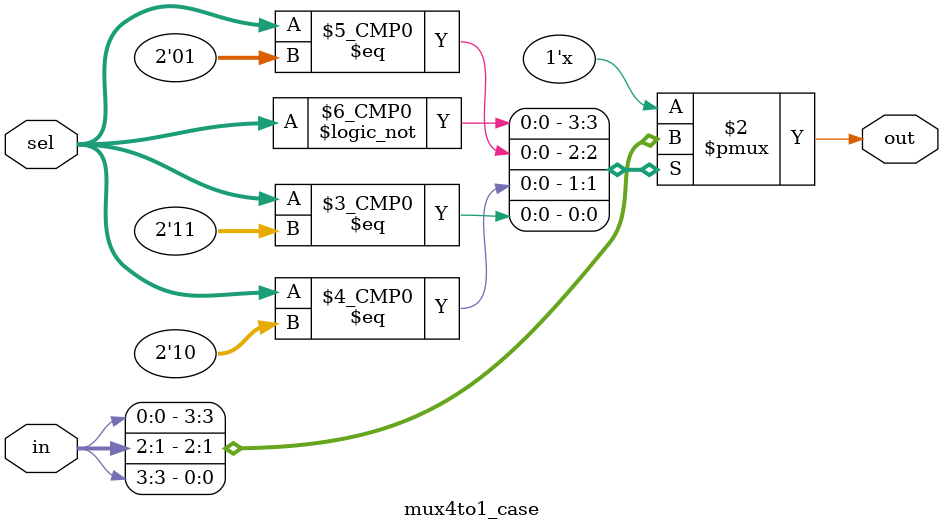
<source format=v>
module mux          ( out,
                      in0,
                      in1,
                      sel  );
                     
                     
  output out;
  input in0;
  input in1;
  input sel;

  assign out = (sel)? in1 : in0 ;
endmodule


module mux4to1_inst ( in,
                      sel,
                      out);
                      
                      
                      
  input [3:0] in;
  input [1:0] sel;
  output out;
  
  wire [1:0]co;
  
  
  mux mux_u0 ( .in0(in[0]),
               .in1(in[1]),
               .sel(sel[0]),
               .out(co[0]) );
               
  
  mux mux_u1 ( .in0(in[2]),
               .in1(in[3]),
               .sel(sel[0]),
               .out(co[1]) );
               
  mux mux_u2 ( .in0(co[0]),
               .in1(co[1]),
               .sel(sel[1]),
               .out(out));   
               
endmodule
 
 
module mux4to1_if   ( in,
                      sel,
                      out); 
 
         
 input [3:0] in;
 input [1:0] sel;
 output out;
 
// wire [1:0] co;
 
 reg out;
 reg [1:0] co;
 
 
 always @(*)begin
    if(sel[0] == 1'b0)begin
      co[0] <= in[0];
      co[1] <= in[2];
    end else begin
      co[0] <= in[1];
      co[1] <= in[3];
      
    end
    
    if(sel[1] == 1'b0)begin
      out <= co[0];
    end else begin
      out <= co[1]; 
    end
 end 
endmodule


module mux4to1_case ( in,
                      sel,
                      out); 
 
         
 input [3:0] in;
 input [1:0] sel;
 output out;
 
 
 reg out;
 
  always @(*)begin
   case (sel)
     2'b00 : {out} = in[0];
     2'b01 : {out} = in[2];
     2'b10 : {out} = in[1];
     2'b11 : {out} = in[3];
    
   endcase
  end
 endmodule         
 
   
</source>
